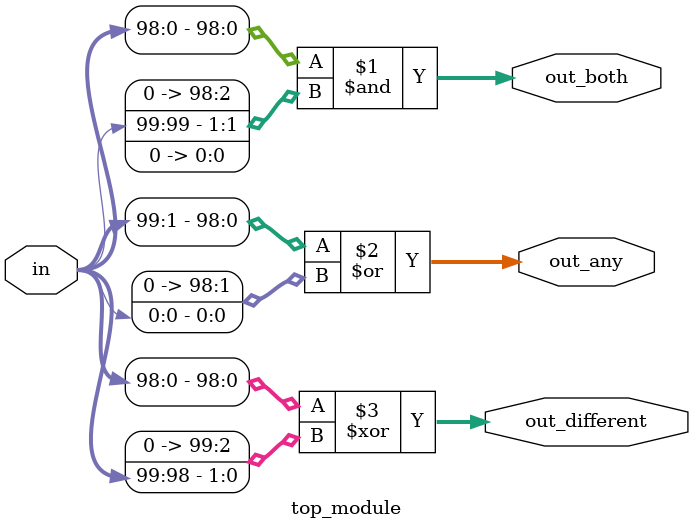
<source format=sv>
module top_module (
    input [99:0] in,
    output [98:0] out_both,
    output [99:1] out_any,
    output [99:0] out_different
);

    assign out_both = in[98:0] & {in[99], 1'b0};
    assign out_any = in[99:1] | {1'b0, in[0]};
    assign out_different = in[98:0] ^ {in[99], in[98]};
    
endmodule

</source>
